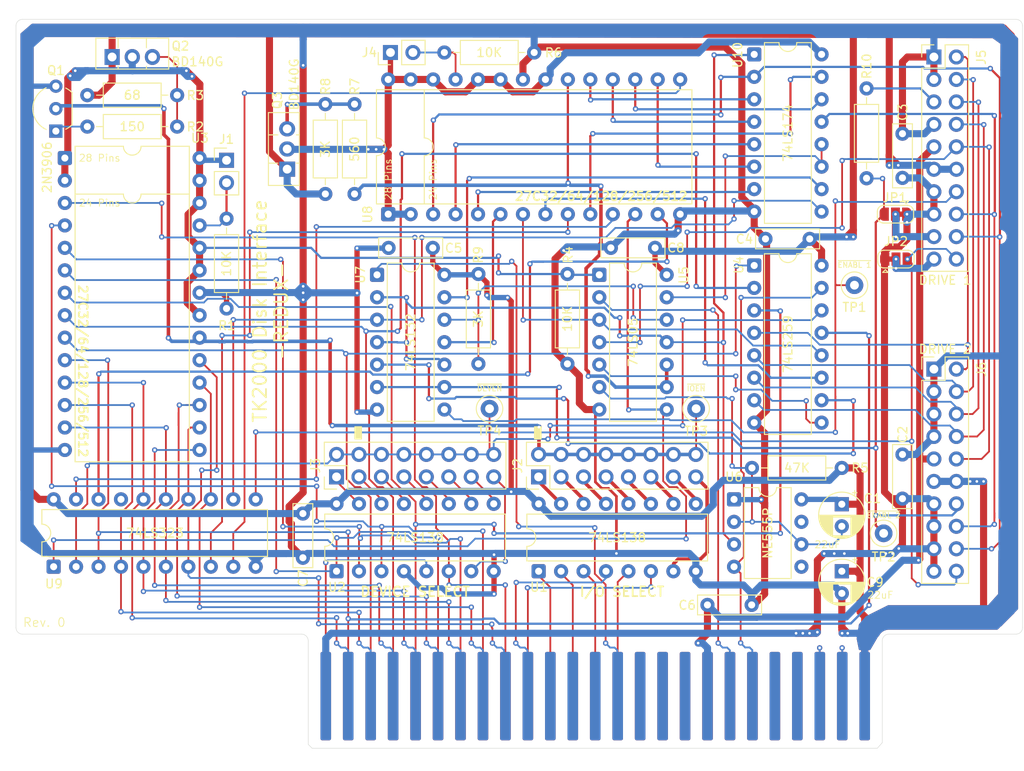
<source format=kicad_pcb>
(kicad_pcb
	(version 20241229)
	(generator "pcbnew")
	(generator_version "9.0")
	(general
		(thickness 1.6)
		(legacy_teardrops no)
	)
	(paper "A4")
	(layers
		(0 "F.Cu" signal)
		(2 "B.Cu" signal)
		(9 "F.Adhes" user "F.Adhesive")
		(11 "B.Adhes" user "B.Adhesive")
		(13 "F.Paste" user)
		(15 "B.Paste" user)
		(5 "F.SilkS" user "F.Silkscreen")
		(7 "B.SilkS" user "B.Silkscreen")
		(1 "F.Mask" user)
		(3 "B.Mask" user)
		(17 "Dwgs.User" user "User.Drawings")
		(19 "Cmts.User" user "User.Comments")
		(21 "Eco1.User" user "User.Eco1")
		(23 "Eco2.User" user "User.Eco2")
		(25 "Edge.Cuts" user)
		(27 "Margin" user)
		(31 "F.CrtYd" user "F.Courtyard")
		(29 "B.CrtYd" user "B.Courtyard")
		(35 "F.Fab" user)
		(33 "B.Fab" user)
		(39 "User.1" user)
		(41 "User.2" user)
		(43 "User.3" user)
		(45 "User.4" user)
	)
	(setup
		(pad_to_mask_clearance 0)
		(allow_soldermask_bridges_in_footprints no)
		(tenting front back)
		(pcbplotparams
			(layerselection 0x00000000_00000000_55555555_5755f5ff)
			(plot_on_all_layers_selection 0x00000000_00000000_00000000_00000000)
			(disableapertmacros no)
			(usegerberextensions no)
			(usegerberattributes yes)
			(usegerberadvancedattributes yes)
			(creategerberjobfile yes)
			(dashed_line_dash_ratio 12.000000)
			(dashed_line_gap_ratio 3.000000)
			(svgprecision 4)
			(plotframeref no)
			(mode 1)
			(useauxorigin no)
			(hpglpennumber 1)
			(hpglpenspeed 20)
			(hpglpendiameter 15.000000)
			(pdf_front_fp_property_popups yes)
			(pdf_back_fp_property_popups yes)
			(pdf_metadata yes)
			(pdf_single_document no)
			(dxfpolygonmode yes)
			(dxfimperialunits yes)
			(dxfusepcbnewfont yes)
			(psnegative no)
			(psa4output no)
			(plot_black_and_white yes)
			(sketchpadsonfab no)
			(plotpadnumbers no)
			(hidednponfab no)
			(sketchdnponfab yes)
			(crossoutdnponfab yes)
			(subtractmaskfromsilk no)
			(outputformat 1)
			(mirror no)
			(drillshape 1)
			(scaleselection 1)
			(outputdirectory "")
		)
	)
	(net 0 "")
	(net 1 "-12V")
	(net 2 "GND")
	(net 3 "+5V")
	(net 4 "Net-(U6-THR)")
	(net 5 "+12V")
	(net 6 "Net-(J1-Pin_2)")
	(net 7 "~{IOSEL}")
	(net 8 "Net-(J2-Pin_5)")
	(net 9 "Net-(J2-Pin_7)")
	(net 10 "/VCC_SWITCHED_1")
	(net 11 "Net-(J2-Pin_15)")
	(net 12 "Net-(J2-Pin_3)")
	(net 13 "Net-(J2-Pin_9)")
	(net 14 "Net-(J2-Pin_11)")
	(net 15 "Net-(J2-Pin_13)")
	(net 16 "Net-(J2-Pin_1)")
	(net 17 "Net-(J3-Pin_11)")
	(net 18 "Net-(J3-Pin_5)")
	(net 19 "Net-(J3-Pin_7)")
	(net 20 "Net-(J3-Pin_9)")
	(net 21 "Net-(J3-Pin_1)")
	(net 22 "Net-(J3-Pin_13)")
	(net 23 "Net-(J3-Pin_15)")
	(net 24 "Net-(J3-Pin_3)")
	(net 25 "Net-(J4-Pin_2)")
	(net 26 "/PH1")
	(net 27 "/PH0")
	(net 28 "/WR DATA")
	(net 29 "/W PROT")
	(net 30 "/RD DATA")
	(net 31 "/PH2")
	(net 32 "/PH3")
	(net 33 "Net-(J5-Pin_17)")
	(net 34 "/WR REQ")
	(net 35 "Net-(J5-Pin_19)")
	(net 36 "/~{ENBL 1}")
	(net 37 "Net-(J5-Pin_5)")
	(net 38 "/~{ENBL 2}")
	(net 39 "A12")
	(net 40 "D0")
	(net 41 "A10")
	(net 42 "A3")
	(net 43 "A14")
	(net 44 "D3")
	(net 45 "unconnected-(P1-Pin_40-Pad40)")
	(net 46 "2M")
	(net 47 "~{RESET}")
	(net 48 "unconnected-(P1-Pin_30-Pad30)")
	(net 49 "A4")
	(net 50 "~{EXTC}")
	(net 51 "unconnected-(P1-Pin_18-Pad18)")
	(net 52 "unconnected-(P1-Pin_38-Pad38)")
	(net 53 "D1")
	(net 54 "unconnected-(P1-Pin_29-Pad29)")
	(net 55 "A0")
	(net 56 "A15")
	(net 57 "D6")
	(net 58 "unconnected-(P1-Pin_36-Pad36)")
	(net 59 "A5")
	(net 60 "unconnected-(P1-Pin_22-Pad22)")
	(net 61 "~{EXTE}")
	(net 62 "Net-(P1-Pin_24)")
	(net 63 "~{EXT8}")
	(net 64 "unconnected-(P1-Pin_34-Pad34)")
	(net 65 "A8")
	(net 66 "D2")
	(net 67 "A2")
	(net 68 "D7")
	(net 69 "A7")
	(net 70 "Net-(P1-Pin_23)")
	(net 71 "A6")
	(net 72 "unconnected-(P1-Pin_21-Pad21)")
	(net 73 "~{EXT_MEM}")
	(net 74 "D4")
	(net 75 "D5")
	(net 76 "A9")
	(net 77 "A13")
	(net 78 "A11")
	(net 79 "unconnected-(P1-Pin_39-Pad39)")
	(net 80 "~{EXT6}")
	(net 81 "A1")
	(net 82 "Net-(Q1-E)")
	(net 83 "Net-(Q2-B)")
	(net 84 "Net-(Q3-B)")
	(net 85 "Net-(U8-~{CE})")
	(net 86 "Net-(R9-Pad2)")
	(net 87 "Net-(U4-Q6)")
	(net 88 "Net-(U4-Q5)")
	(net 89 "Net-(U4-Q7)")
	(net 90 "Net-(U4-Q4)")
	(net 91 "Net-(U10-D3)")
	(net 92 "Net-(U8-D1)")
	(net 93 "Net-(U10-~{Mr})")
	(net 94 "Net-(U8-A4)")
	(net 95 "Net-(U10-Q3)")
	(net 96 "Net-(U10-Cp)")
	(net 97 "Net-(U8-D3)")
	(net 98 "Net-(U10-Q5)")
	(net 99 "Net-(U10-Q2)")
	(net 100 "Net-(U8-A1)")
	(net 101 "Net-(U10-D2)")
	(net 102 "Net-(U8-D0)")
	(net 103 "Net-(U10-Q1)")
	(net 104 "unconnected-(U6-DIS-Pad7)")
	(net 105 "Net-(U10-D0)")
	(net 106 "unconnected-(U6-CV-Pad5)")
	(net 107 "Net-(U10-D5)")
	(net 108 "Net-(U8-D2)")
	(net 109 "Net-(U10-D1)")
	(net 110 "unconnected-(U9-Q7-Pad17)")
	(net 111 "/VCC_SWITCHED_2")
	(net 112 "/~{IOEN}")
	(net 113 "/~{DEVEN}")
	(footprint "Connector_PinHeader_2.54mm:PinHeader_1x02_P2.54mm_Vertical" (layer "F.Cu") (at 69.565185 66.517185))
	(footprint "TestPoint:TestPoint_Loop_D1.80mm_Drill1.0mm_Beaded" (layer "F.Cu") (at 122.682 94.615))
	(footprint "Capacitor_THT:C_Rect_L7.0mm_W2.0mm_P5.00mm" (layer "F.Cu") (at 118.034185 76.423185 180))
	(footprint "Resistor_THT:R_Axial_DIN0207_L6.3mm_D2.5mm_P10.16mm_Horizontal" (layer "F.Cu") (at 94.203185 54.325185))
	(footprint "Connector_PinHeader_2.54mm:PinHeader_1x02_P2.54mm_Vertical" (layer "F.Cu") (at 88.107185 54.325185 90))
	(footprint "Capacitor_THT:CP_Radial_D5.0mm_P2.50mm" (layer "F.Cu") (at 139.161185 112.999185 -90))
	(footprint "Resistor_THT:R_Axial_DIN0207_L6.3mm_D2.5mm_P10.16mm_Horizontal" (layer "F.Cu") (at 84.043185 60.167185 -90))
	(footprint "Capacitor_THT:C_Rect_L7.0mm_W2.0mm_P5.00mm" (layer "F.Cu") (at 146.019185 104.791185 90))
	(footprint "TestPoint:TestPoint_Loop_D1.80mm_Drill1.0mm_Beaded" (layer "F.Cu") (at 99.314 94.615))
	(footprint "Package_DIP:DIP-16_W7.62mm" (layer "F.Cu") (at 129.250185 54.539185))
	(footprint "Package_DIP:DIP-16_W7.62mm" (layer "F.Cu") (at 82.006185 112.994185 90))
	(footprint "Package_TO_SOT_THT:TO-92_Inline_Wide" (layer "F.Cu") (at 50.261185 63.215185 90))
	(footprint "Resistor_THT:R_Axial_DIN0207_L6.3mm_D2.5mm_P10.16mm_Horizontal" (layer "F.Cu") (at 141.955185 68.549185 90))
	(footprint "Capacitor_THT:CP_Radial_D5.0mm_P2.50mm" (layer "F.Cu") (at 139.156185 105.419185 -90))
	(footprint "Resistor_THT:R_Axial_DIN0207_L6.3mm_D2.5mm_P10.16mm_Horizontal" (layer "F.Cu") (at 53.817185 59.151185))
	(footprint "Package_DIP:DIP-16_W7.62mm" (layer "F.Cu") (at 104.866185 112.999185 90))
	(footprint "TK2000:DIP-28-24_W15.24mm" (layer "F.Cu") (at 87.853185 72.613185 90))
	(footprint "Package_DIP:DIP-14_W7.62mm" (layer "F.Cu") (at 111.729185 79.471185))
	(footprint "Resistor_THT:R_Axial_DIN0207_L6.3mm_D2.5mm_P10.16mm_Horizontal" (layer "F.Cu") (at 69.565185 73.121185 -90))
	(footprint "TestPoint:TestPoint_Loop_D1.80mm_Drill1.0mm_Beaded" (layer "F.Cu") (at 140.589 80.645))
	(footprint "Capacitor_THT:C_Rect_L7.0mm_W2.0mm_P5.00mm" (layer "F.Cu") (at 146.019185 68.509185 90))
	(footprint "Jumper:SolderJumper-3_P1.3mm_Bridged12_RoundedPad1.0x1.5mm" (layer "F.Cu") (at 145.287185 77.693185))
	(footprint "Resistor_THT:R_Axial_DIN0207_L6.3mm_D2.5mm_P10.16mm_Horizontal" (layer "F.Cu") (at 98.053185 79.382185 -90))
	(footprint "TK2000:DIP-28-24_W15.24mm" (layer "F.Cu") (at 51.277185 66.263185))
	(footprint "Capacitor_THT:C_Rect_L7.0mm_W2.0mm_P5.00mm" (layer "F.Cu") (at 135.525185 75.407185 180))
	(footprint "Capacitor_THT:C_Rect_L7.0mm_W2.0mm_P5.00mm" (layer "F.Cu") (at 78.201185 106.475185 -90))
	(footprint "Capacitor_THT:C_Rect_L7.0mm_W2.0mm_P5.00mm" (layer "F.Cu") (at 92.893185 76.428185 180))
	(footprint "Package_TO_SOT_THT:TO-126-3_Vertical"
		(layer "F.Cu")
		(uuid "96b5f131-26b1-4fdf-8a38-fc9de87cbcb0")
		(at 56.623185 54.833185)
		(descr "TO-126-3, Vertical, RM 2.28mm, see https://www.diodes.com/assets/Package-Files/TO126.pdf")
		(tags "TO-126-3 Vertical RM 2.28mm")
		(property "Reference" "Q2"
			(at 6.622815 -1.239185 180)
			(layer "F.SilkS")
			(uuid "d2c5604d-b702-4abc-a2a2-7c81ce0801dd")
			(effects
				(font
					(size 1 1)
					(thickness 0.15)
				)
				(justify left)
			)
		)
		(property "Value" "BD140G"
			(at 6.622815 0.538815 0)
			(layer "F.SilkS")
			(uuid "b5436d62-fa4c-49be-9999-ce0bcbd3034b")
			(effects
				(font
					(size 1 1)
					(thickness 0.15)
				)
				(justify left)
			)
		)
		(property "Datasheet" "http://www.st.com/internet/com/TECHNICAL_RESOURCES/TECHNICAL_LITERATURE/DATASHEET/CD00001225.pdf"
			(at 0 0 0)
			(layer "F.Fab")
			(hide yes)
			(uuid "6964a626-80e7-4dd7-9188-44530fa61b4d")
			(effects
				(font
					(size 1.27 1.27)
					(thickness 0.15)
				)
			)
		)
		(property "Description" "1.5A Ic, 80V Vce, Low Voltage Transistor, TO-126"
			(at 0 0 0)
			(layer "F.Fab")
			(hide yes)
			(uuid "747a8535-5649-4572-b46e-9664b99a324b")
			(effects
				(font
					(size 1.27 1.27)
					(thickness 0.15)
				)
			)
		)
		(property ki_fp_filters "TO?126*")
		(path "/a5b0c429-8892-448b-975b-a2734522649a")
		(sheetname "/")
		(sheetfile "TK2000_DiskInterface_REDUX.kicad_sch")
		(attr through_hole)
		(fp_line
			(start -1.841 -2.12)
			(end -1.841 1.37)
			(stroke
				(width 0.12)
				(type solid)
			)
			(layer "F.SilkS")
			(uuid "78f1c9e2-dd3b-4e10-88cd-7b2508cc9907")
		)
		(fp_line
			(start -1.841 -2.12)
			(end 6.4 -2.12)
			(stroke
				(width 0.12)
				(type solid)
			)
			(layer "F.SilkS")
			(uuid "72098799-47f7-49dc-aadf-f99a132465b0")
		)
		(fp_line
			(start -1.841 1.37)
			(end 6.4 1.37)
			(stroke
				(width 0.12)
				(type solid)
			)
			(layer "F.SilkS")
			(uuid "5eb785a3-4b30-4b7f-aaf1-2722ba9f5dda")
		)
		(fp_line
			(start 0.68 -2.12)
			(end 0.68 -1.05)
			(stroke
				(width 0.12)
				(type solid)
			)
			(layer "F.SilkS")
			(uuid "152fef91-235d-4234-91f2-d0d32b6af91d")
		)
		(fp_line
			(start 0.68 1.05)
			(end 0.68 1.37)
			(stroke
				(width 0.12)
				(type solid)
			)
			(layer "F.SilkS")
			(uuid "44f7cf5d-1cf5-461f-881f-1e2112553957")
		)
		(fp_line
			(start 3.88 -2.12)
			(end 3.88 -1.05)
			(stroke
				(width 0.12)
				(type solid)
			)
			(layer "F.SilkS")
			(uuid "cd1483ab-ec52-48ea-bb6f-f06e065cb0ba")
		)
		(fp_line
			(start 3.88 1.05)
			(end 3.88 1.37)
			(stroke
				(width 0.12)
				(type solid)
			)
			(layer "F.SilkS")
			(uuid "361dc619-0bfc-4ce6-8555-e5dac1804a4e")
		)
		(fp_line
			(start 6.4 -2.12)
			(end 6.4 1.37)
			(stroke
				(width 0.12)
				(type solid)
			)
			(layer "F.SilkS")
			(uuid "c29b9216-c49a-426a-b859-3f2a7136f6cd")
		)
		(fp_line
			(start -1.98 -2.25)
			(end -1.98 1.5)
			(stroke
				(width 0.05)
				(type solid)
			)
			(layer "F.CrtYd")
			(uuid "866f2f06-b3ea-4535-90ab-4cd53ac28124")
		)
		(fp_line
			(start -1.98 1.5)
			(end 6.53 1.5)
			(stroke
				(width 0.05)
				(type solid)
			)
			(layer "F.CrtYd")
			(uuid "f120cba5-a3b7-4eb3-bd3e-7162a659773e")
		)
		(fp_line
			(start 6.53 -2.25)
			(end -1.98 -2.25)
			(stroke
				(width 0.05)
				(type solid)
			)
			(layer "F.CrtYd")
			(uuid "afbd946b-fdbd-4a8c-82d7-dfec1c06f1ee")
		)
		(fp_line
			(start 6.53 1.5)
			(end 6.53 
... [377948 chars truncated]
</source>
